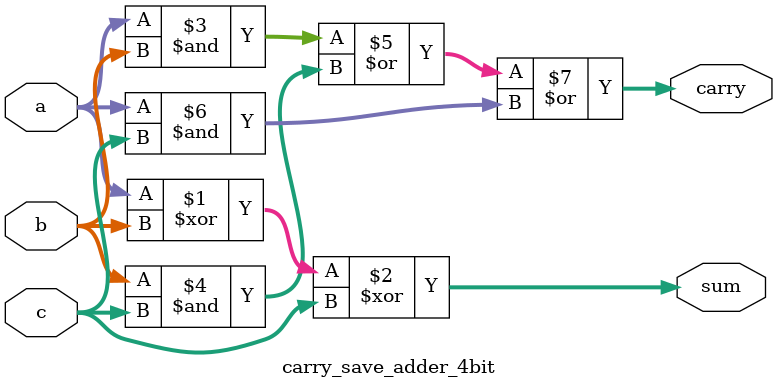
<source format=sv>
module carry_save_adder_4bit (
  input [3:0] a,
  input [3:0] b,
  input [3:0] c,
  output [3:0] sum,
  output [3:0] carry
);

  assign sum = a ^ b ^ c;
  assign carry = (a & b) | (b & c) | (a & c); 

endmodule

</source>
